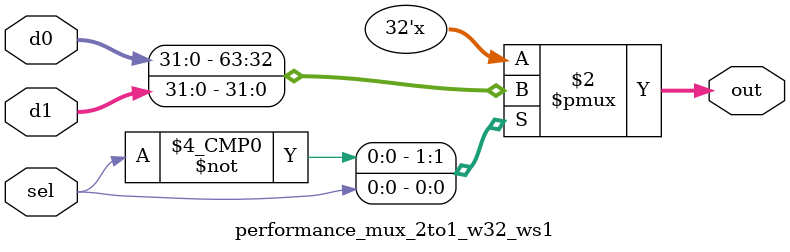
<source format=v>
  module performance_mux_2to1_w32_ws1 ( 
d0,
 d1,
 sel,
 out);
input [31:0] d0;
input [31:0] d1;
input  sel;
output [31:0] out;

reg [31:0] out;
always  @(sel or d0 or d1)
begin
case (sel)
1'b0 : out = d0;
1'b1 : out = d1;
endcase
end

endmodule

</source>
